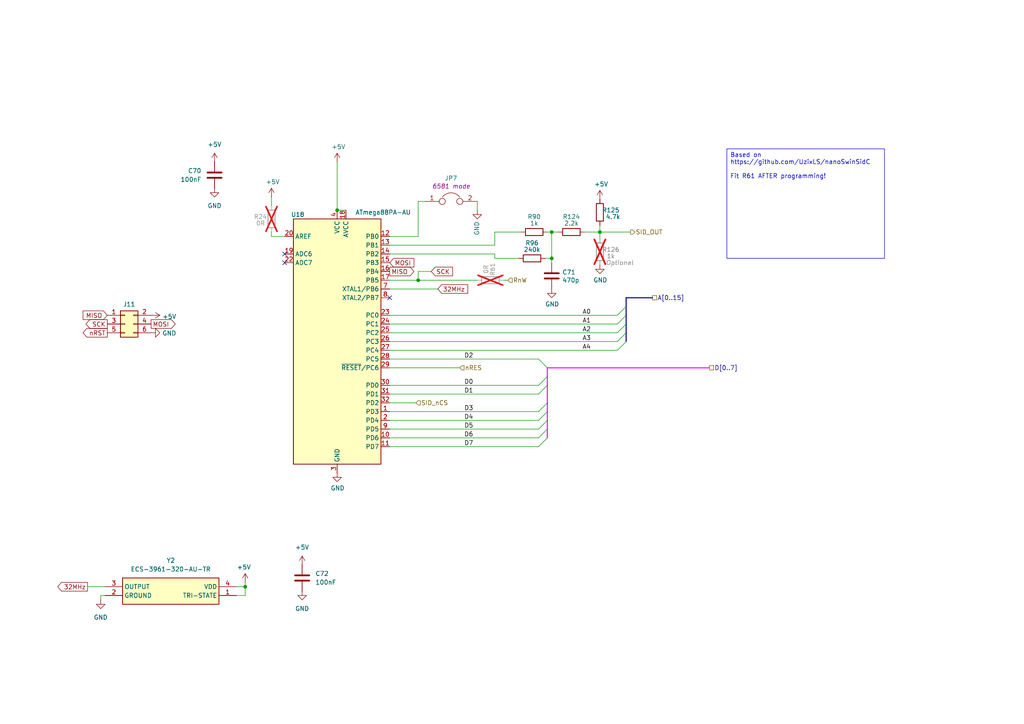
<source format=kicad_sch>
(kicad_sch (version 20250114) (generator "eeschema") (generator_version "9.0")
  (paper "A4")
  (lib_symbols
    (symbol "Connector_Generic:Conn_02x03_Odd_Even" (pin_names (offset 1.016) (hide yes))
      (property "Reference" "J" (at 1.27 5.08 0))
      (property "Value" "Conn_02x03_Odd_Even" (at 1.27 -5.08 0))
      (symbol "Conn_02x03_Odd_Even_1_1"
        (rectangle (start -1.27 3.81) (end 3.81 -3.81) (stroke (width 0.254)) (fill (type background)))
        (rectangle (start -1.27 2.667) (end 0 2.413) (stroke (width 0.1524)))
        (rectangle (start -1.27 0.127) (end 0 -0.127) (stroke (width 0.1524)))
        (rectangle (start -1.27 -2.413) (end 0 -2.667) (stroke (width 0.1524)))
        (rectangle (start 3.81 2.667) (end 2.54 2.413) (stroke (width 0.1524)))
        (rectangle (start 3.81 0.127) (end 2.54 -0.127) (stroke (width 0.1524)))
        (rectangle (start 3.81 -2.413) (end 2.54 -2.667) (stroke (width 0.1524)))
        (pin passive line (at -5.08 2.54 0) (length 3.81) (name "Pin_1") (number "1"))
        (pin passive line (at -5.08 0 0) (length 3.81) (name "Pin_3") (number "3"))
        (pin passive line (at -5.08 -2.54 0) (length 3.81) (name "Pin_5") (number "5"))
        (pin passive line (at 7.62 2.54 180) (length 3.81) (name "Pin_2") (number "2"))
        (pin passive line (at 7.62 0 180) (length 3.81) (name "Pin_4") (number "4"))
        (pin passive line (at 7.62 -2.54 180) (length 3.81) (name "Pin_6") (number "6"))
      )
    )
    (symbol "Device:C" (pin_numbers (hide yes)) (pin_names (offset 0.254))
      (property "Reference" "C" (at 0.635 2.54 0))
      (property "Value" "C" (at 0.635 -2.54 0))
      (symbol "C_0_1"
        (polyline (pts (xy -2.032 0.762) (xy 2.032 0.762)) (stroke (width 0.508)))
        (polyline (pts (xy -2.032 -0.762) (xy 2.032 -0.762)) (stroke (width 0.508)))
      )
      (symbol "C_1_1"
        (pin passive line (at 0 3.81 270) (length 2.794) (name "~") (number "1"))
        (pin passive line (at 0 -3.81 90) (length 2.794) (name "~") (number "2"))
      )
    )
    (symbol "Device:Jumper" (pin_names (offset 0.762) (hide yes))
      (property "Reference" "JP" (at 0 3.81 0))
      (property "Value" "Device_Jumper" (at 0 -2.032 0))
      (symbol "Jumper_0_1"
        (circle (center -2.54 0) (radius 0.889))
        (arc (start -2.4892 1.27) (mid 0.0077 2.4896) (end 2.5146 1.27))
        (circle (center 2.54 0) (radius 0.889))
        (pin passive line (at -7.62 0 0) (length 4.191) (name "1") (number "1"))
        (pin passive line (at 7.62 0 180) (length 4.191) (name "2") (number "2"))
      )
    )
    (symbol "Device:R" (pin_numbers (hide yes)) (pin_names (offset 0))
      (property "Reference" "R" (at 2.032 0 90))
      (property "Value" "R" (at 0 0 90))
      (symbol "R_0_1"
        (rectangle (start -1.016 -2.54) (end 1.016 2.54) (stroke (width 0.254)))
      )
      (symbol "R_1_1"
        (pin passive line (at 0 3.81 270) (length 1.27) (name "~") (number "1"))
        (pin passive line (at 0 -3.81 90) (length 1.27) (name "~") (number "2"))
      )
    )
    (symbol "ECS-3961-200-AU-TR:ECS-3961-200-AU-TR"
      (property "Reference" "Y" (at 34.29 7.62 0))
      (property "Value" "ECS-3961-200-AU-TR" (at 34.29 5.08 0))
      (symbol "ECS-3961-200-AU-TR_1_1"
        (rectangle (start 5.08 2.54) (end 33.02 -5.08) (stroke (width 0.254)) (fill (type background)))
        (pin passive line (at 0 0 0) (length 5.08) (name "VDD") (number "4"))
        (pin passive line (at 0 -2.54 0) (length 5.08) (name "TRI-STATE") (number "1"))
        (pin passive line (at 38.1 0 180) (length 5.08) (name "OUTPUT") (number "3"))
        (pin passive line (at 38.1 -2.54 180) (length 5.08) (name "GROUND") (number "2"))
      )
    )
    (symbol "MCU_Microchip_ATmega:ATmega88PA-AU"
      (property "Reference" "U" (at -12.7 36.83 0))
      (property "Value" "MCU_Microchip_ATmega_ATmega88PA-AU" (at 2.54 -36.83 0))
      (symbol "ATmega88PA-AU_0_1"
        (rectangle (start -12.7 -35.56) (end 12.7 35.56) (stroke (width 0.254)) (fill (type background)))
      )
      (symbol "ATmega88PA-AU_1_1"
        (pin passive line (at -15.24 30.48 0) (length 2.54) (name "AREF") (number "20"))
        (pin input line (at -15.24 25.4 0) (length 2.54) (name "ADC6") (number "19"))
        (pin input line (at -15.24 22.86 0) (length 2.54) (name "ADC7") (number "22"))
        (pin power_in line (at 0 38.1 270) (length 2.54) (name "VCC") (number "4"))
        (pin passive line (at 0 38.1 270) (length 2.54) (hide yes) (name "VCC") (number "6"))
        (pin passive line (at 0 -38.1 90) (length 2.54) (hide yes) (name "GND") (number "21"))
        (pin power_in line (at 0 -38.1 90) (length 2.54) (name "GND") (number "3"))
        (pin passive line (at 0 -38.1 90) (length 2.54) (hide yes) (name "GND") (number "5"))
        (pin power_in line (at 2.54 38.1 270) (length 2.54) (name "AVCC") (number "18"))
        (pin tri_state line (at 15.24 30.48 180) (length 2.54) (name "PB0") (number "12"))
        (pin tri_state line (at 15.24 27.94 180) (length 2.54) (name "PB1") (number "13"))
        (pin tri_state line (at 15.24 25.4 180) (length 2.54) (name "PB2") (number "14"))
        (pin tri_state line (at 15.24 22.86 180) (length 2.54) (name "PB3") (number "15"))
        (pin tri_state line (at 15.24 20.32 180) (length 2.54) (name "PB4") (number "16"))
        (pin tri_state line (at 15.24 17.78 180) (length 2.54) (name "PB5") (number "17"))
        (pin tri_state line (at 15.24 15.24 180) (length 2.54) (name "XTAL1/PB6") (number "7"))
        (pin tri_state line (at 15.24 12.7 180) (length 2.54) (name "XTAL2/PB7") (number "8"))
        (pin tri_state line (at 15.24 7.62 180) (length 2.54) (name "PC0") (number "23"))
        (pin tri_state line (at 15.24 5.08 180) (length 2.54) (name "PC1") (number "24"))
        (pin tri_state line (at 15.24 2.54 180) (length 2.54) (name "PC2") (number "25"))
        (pin tri_state line (at 15.24 0 180) (length 2.54) (name "PC3") (number "26"))
        (pin tri_state line (at 15.24 -2.54 180) (length 2.54) (name "PC4") (number "27"))
        (pin tri_state line (at 15.24 -5.08 180) (length 2.54) (name "PC5") (number "28"))
        (pin tri_state line (at 15.24 -7.62 180) (length 2.54) (name "~{RESET}/PC6") (number "29"))
        (pin tri_state line (at 15.24 -12.7 180) (length 2.54) (name "PD0") (number "30"))
        (pin tri_state line (at 15.24 -15.24 180) (length 2.54) (name "PD1") (number "31"))
        (pin tri_state line (at 15.24 -17.78 180) (length 2.54) (name "PD2") (number "32"))
        (pin tri_state line (at 15.24 -20.32 180) (length 2.54) (name "PD3") (number "1"))
        (pin tri_state line (at 15.24 -22.86 180) (length 2.54) (name "PD4") (number "2"))
        (pin tri_state line (at 15.24 -25.4 180) (length 2.54) (name "PD5") (number "9"))
        (pin tri_state line (at 15.24 -27.94 180) (length 2.54) (name "PD6") (number "10"))
        (pin tri_state line (at 15.24 -30.48 180) (length 2.54) (name "PD7") (number "11"))
      )
    )
    (symbol "power:+5V" (power) (pin_numbers (hide yes)) (pin_names (offset 0) (hide yes))
      (property "Value" "+5V" (at 0 3.556 0))
      (symbol "+5V_0_1"
        (polyline (pts (xy -0.762 1.27) (xy 0 2.54)))
        (polyline (pts (xy 0 2.54) (xy 0.762 1.27)))
        (polyline (pts (xy 0 0) (xy 0 2.54)))
      )
      (symbol "+5V_1_1"
        (pin power_in line (at 0 0 90) (length 0) (name "~") (number "1"))
      )
    )
    (symbol "power:GND" (power) (pin_numbers (hide yes)) (pin_names (offset 0) (hide yes))
      (property "Value" "GND" (at 0 -3.81 0))
      (symbol "GND_0_1"
        (polyline (pts (xy 0 0) (xy 0 -1.27) (xy 1.27 -1.27) (xy 0 -2.54) (xy -1.27 -1.27) (xy 0 -1.27)))
      )
      (symbol "GND_1_1"
        (pin power_in line (at 0 0 270) (length 0) (name "~") (number "1"))
      )
    )
  )
  (text_box "Based on https://github.com/UzixLS/nanoSwinSidC\n\nFit R61 AFTER programming!" (at 210.82 43.18 0) (size 45.72 31.75) (margins 0.9525 0.9525 0.9525 0.9525) (effects (font (size 1.27 1.27)) (justify left top)))
  (junction (at 71.12 170.18))
  (junction (at 160.02 67.31))
  (junction (at 121.285 81.28))
  (junction (at 173.99 67.31))
  (junction (at 97.79 60.96))
  (junction (at 160.02 74.93))
  (no_connect (at 113.03 86.36))
  (no_connect (at 82.55 73.66))
  (no_connect (at 82.55 76.2))
  (bus_entry (at 179.07 93.98) (size 2.54 -2.54))
  (bus_entry (at 156.21 119.38) (size 2.54 -2.54))
  (bus_entry (at 156.21 127) (size 2.54 -2.54))
  (bus_entry (at 179.07 91.44) (size 2.54 -2.54))
  (bus_entry (at 156.21 104.14) (size 2.54 2.54))
  (bus_entry (at 179.07 99.06) (size 2.54 -2.54))
  (bus_entry (at 156.21 121.92) (size 2.54 -2.54))
  (bus_entry (at 179.07 96.52) (size 2.54 -2.54))
  (bus_entry (at 156.21 114.3) (size 2.54 -2.54))
  (bus_entry (at 156.21 111.76) (size 2.54 -2.54))
  (bus_entry (at 156.21 124.46) (size 2.54 -2.54))
  (bus_entry (at 179.07 101.6) (size 2.54 -2.54))
  (bus_entry (at 156.21 129.54) (size 2.54 -2.54))
  (bus (pts (xy 158.75 109.22) (xy 158.75 106.68)) (stroke (width 0) (color 255 0 255 1)))
  (wire (pts (xy 113.03 106.68) (xy 133.35 106.68)))
  (wire (pts (xy 161.925 67.31) (xy 160.02 67.31)))
  (bus (pts (xy 181.61 86.36) (xy 181.61 88.9)))
  (wire (pts (xy 143.51 74.93) (xy 143.51 73.66)))
  (bus (pts (xy 158.75 119.38) (xy 158.75 121.92)) (stroke (width 0) (color 255 0 255 1)))
  (wire (pts (xy 160.02 76.2) (xy 160.02 74.93)))
  (wire (pts (xy 29.21 172.72) (xy 30.48 172.72)))
  (wire (pts (xy 25.4 170.18) (xy 30.48 170.18)))
  (wire (pts (xy 121.285 58.42) (xy 121.285 68.58)))
  (wire (pts (xy 78.74 68.58) (xy 78.74 67.31)))
  (wire (pts (xy 158.115 74.93) (xy 160.02 74.93)))
  (wire (pts (xy 143.51 74.93) (xy 150.495 74.93)))
  (wire (pts (xy 113.03 93.98) (xy 179.07 93.98)))
  (wire (pts (xy 71.12 172.72) (xy 71.12 170.18)))
  (wire (pts (xy 156.21 127) (xy 113.03 127)))
  (bus (pts (xy 181.61 93.98) (xy 181.61 96.52)))
  (wire (pts (xy 121.285 81.28) (xy 113.03 81.28)))
  (bus (pts (xy 181.61 96.52) (xy 181.61 99.06)))
  (wire (pts (xy 113.03 91.44) (xy 179.07 91.44)))
  (wire (pts (xy 121.285 58.42) (xy 123.19 58.42)))
  (wire (pts (xy 78.74 57.15) (xy 78.74 59.69)))
  (wire (pts (xy 158.75 67.31) (xy 160.02 67.31)))
  (wire (pts (xy 121.285 78.74) (xy 121.285 81.28)))
  (wire (pts (xy 71.12 170.18) (xy 71.12 168.91)))
  (wire (pts (xy 113.03 99.06) (xy 179.07 99.06)))
  (bus (pts (xy 158.75 124.46) (xy 158.75 127)) (stroke (width 0) (color 255 0 255 1)))
  (wire (pts (xy 29.21 173.99) (xy 29.21 172.72)))
  (wire (pts (xy 143.51 71.12) (xy 143.51 67.31)))
  (wire (pts (xy 146.05 81.28) (xy 147.32 81.28)))
  (wire (pts (xy 143.51 73.66) (xy 113.03 73.66)))
  (bus (pts (xy 158.75 121.92) (xy 158.75 124.46)) (stroke (width 0) (color 255 0 255 1)))
  (bus (pts (xy 189.23 86.36) (xy 181.61 86.36)))
  (wire (pts (xy 68.58 170.18) (xy 71.12 170.18)))
  (wire (pts (xy 82.55 68.58) (xy 78.74 68.58)))
  (wire (pts (xy 156.21 124.46) (xy 113.03 124.46)))
  (wire (pts (xy 138.43 58.42) (xy 138.43 60.96)))
  (wire (pts (xy 113.03 101.6) (xy 179.07 101.6)))
  (wire (pts (xy 160.02 67.31) (xy 160.02 74.93)))
  (bus (pts (xy 158.75 106.68) (xy 205.74 106.68)) (stroke (width 0) (color 255 0 255 1)))
  (bus (pts (xy 181.61 91.44) (xy 181.61 93.98)))
  (bus (pts (xy 158.75 109.22) (xy 158.75 111.76)) (stroke (width 0) (color 255 0 255 1)))
  (wire (pts (xy 169.545 67.31) (xy 173.99 67.31)))
  (wire (pts (xy 156.21 114.3) (xy 113.03 114.3)))
  (wire (pts (xy 121.285 68.58) (xy 113.03 68.58)))
  (wire (pts (xy 156.21 121.92) (xy 113.03 121.92)))
  (wire (pts (xy 68.58 172.72) (xy 71.12 172.72)))
  (wire (pts (xy 156.21 129.54) (xy 113.03 129.54)))
  (wire (pts (xy 120.65 116.84) (xy 113.03 116.84)))
  (wire (pts (xy 113.03 96.52) (xy 179.07 96.52)))
  (wire (pts (xy 173.99 67.31) (xy 182.88 67.31)))
  (wire (pts (xy 156.21 119.38) (xy 113.03 119.38)))
  (wire (pts (xy 143.51 67.31) (xy 151.13 67.31)))
  (bus (pts (xy 181.61 88.9) (xy 181.61 91.44)))
  (wire (pts (xy 97.79 46.99) (xy 97.79 60.96)))
  (wire (pts (xy 100.33 60.96) (xy 97.79 60.96)))
  (wire (pts (xy 173.99 67.31) (xy 173.99 69.215)))
  (wire (pts (xy 113.03 83.82) (xy 127 83.82)))
  (wire (pts (xy 113.03 71.12) (xy 143.51 71.12)))
  (wire (pts (xy 173.99 65.405) (xy 173.99 67.31)))
  (wire (pts (xy 121.285 78.74) (xy 125.095 78.74)))
  (bus (pts (xy 158.75 116.84) (xy 158.75 119.38)) (stroke (width 0) (color 255 0 255 1)))
  (bus (pts (xy 158.75 111.76) (xy 158.75 116.84)) (stroke (width 0) (color 255 0 255 1)))
  (wire (pts (xy 156.21 104.14) (xy 113.03 104.14)))
  (wire (pts (xy 121.285 81.28) (xy 138.43 81.28)))
  (wire (pts (xy 156.21 111.76) (xy 113.03 111.76)))
  (label "A3" (at 168.91 99.06 0))
  (label "D3" (at 134.62 119.38 0))
  (label "D2" (at 134.62 104.14 0))
  (label "A0" (at 168.91 91.44 0))
  (label "D6" (at 134.62 127 0))
  (label "A4" (at 168.91 101.6 0))
  (label "A1" (at 168.91 93.98 0))
  (label "D1" (at 134.62 114.3 0))
  (label "D5" (at 134.62 124.46 0))
  (label "D4" (at 134.62 121.92 0))
  (label "D0" (at 134.62 111.76 0))
  (label "A2" (at 168.91 96.52 0))
  (label "D7" (at 134.62 129.54 0))
  (global_label "MISO" (shape output) (at 113.03 78.74 0) (property "Intersheetrefs" "${INTERSHEET_REFS}" (effects (hide yes))))
  (global_label "32MHz" (shape output) (at 25.4 170.18 180) (property "Intersheetrefs" "${INTERSHEET_REFS}" (effects (hide yes))))
  (global_label "SCK" (shape output) (at 31.115 93.98 180) (property "Intersheetrefs" "${INTERSHEET_REFS}" (effects (hide yes))))
  (global_label "MISO" (shape input) (at 31.115 91.44 180) (property "Intersheetrefs" "${INTERSHEET_REFS}" (effects (hide yes))))
  (global_label "32MHz" (shape input) (at 127 83.82 0) (property "Intersheetrefs" "${INTERSHEET_REFS}" (effects (hide yes))))
  (global_label "MOSI" (shape output) (at 43.815 93.98 0) (property "Intersheetrefs" "${INTERSHEET_REFS}" (effects (hide yes))))
  (global_label "SCK" (shape input) (at 125.095 78.74 0) (property "Intersheetrefs" "${INTERSHEET_REFS}" (effects (hide yes))))
  (global_label "nRST" (shape output) (at 31.115 96.52 180) (property "Intersheetrefs" "${INTERSHEET_REFS}" (effects (hide yes))))
  (global_label "MOSI" (shape input) (at 113.03 76.2 0) (property "Intersheetrefs" "${INTERSHEET_REFS}" (effects (hide yes))))
  (hierarchical_label "D[0..7]" (shape passive) (at 205.74 106.68 0))
  (hierarchical_label "nRES" (shape input) (at 133.35 106.68 0))
  (hierarchical_label "SID_OUT" (shape output) (at 182.88 67.31 0))
  (hierarchical_label "A[0..15]" (shape passive) (at 189.23 86.36 0))
  (hierarchical_label "RnW" (shape input) (at 147.32 81.28 0))
  (hierarchical_label "SID_nCS" (shape input) (at 120.65 116.84 0))
  (symbol (lib_id "Device:R") (at 173.99 73.025 0) (unit 1) (dnp yes)
    (property "Reference" "R126" (at 177.165 72.39 0))
    (property "Value" "1k" (at 177.165 74.295 0))
    (property "Footprint" "Resistor_SMD:R_0402_1005Metric" (effects (hide yes)))
    (property "Note" "Optional" (at 179.705 76.2 0) (effects (font (italic yes))))
  )
  (symbol (lib_id "power:+5V") (at 62.23 46.99 0) (mirror y) (unit 1)
    (property "Reference" "#PWR0173" (effects (hide yes)))
    (property "Value" "+5V" (at 62.23 41.91 0))
  )
  (symbol (lib_id "Device:R") (at 154.94 67.31 270) (unit 1)
    (property "Reference" "R90" (at 154.94 62.865 90))
    (property "Value" "1k" (at 154.94 64.77 90))
    (property "Footprint" "Resistor_SMD:R_0402_1005Metric" (effects (hide yes)))
  )
  (symbol (lib_id "Device:Jumper") (at 130.81 58.42 0) (unit 1)
    (property "Reference" "JP7" (at 130.81 51.7144 0))
    (property "Value" "Jumper" (effects (hide yes)))
    (property "Footprint" "Jumper:SolderJumper-2_P1.3mm_Open_Pad1.0x1.5mm" (effects (hide yes)))
    (property "Desc" "6581 mode" (at 130.81 54.0258 0) (effects (font (italic yes))))
  )
  (symbol (lib_id "power:GND") (at 160.02 83.82 0) (unit 1)
    (property "Reference" "#PWR0277" (effects (hide yes)))
    (property "Value" "GND" (at 160.147 88.2142 0))
  )
  (symbol (lib_id "Connector_Generic:Conn_02x03_Odd_Even") (at 36.195 93.98 0) (unit 1)
    (property "Reference" "J11" (at 37.465 88.265 0))
    (property "Value" "Conn_02x03_Odd_Even" (effects (hide yes)))
    (property "Footprint" "Connector_PinHeader_2.54mm:PinHeader_2x03_P2.54mm_Vertical" (effects (hide yes)))
  )
  (symbol (lib_id "MCU_Microchip_ATmega:ATmega88PA-AU") (at 97.79 99.06 0) (unit 1)
    (property "Reference" "U18" (at 86.36 62.23 0))
    (property "Value" "ATmega88PA-AU" (at 111.125 61.595 0))
    (property "Footprint" "Package_QFP:TQFP-32_7x7mm_P0.8mm" (effects (hide yes)))
    (property "Datasheet" "http://ww1.microchip.com/downloads/en/DeviceDoc/ATmega48PA_88PA_168PA-Data-Sheet-40002011A.pdf" (effects (hide yes)))
  )
  (symbol (lib_id "ECS-3961-200-AU-TR:ECS-3961-200-AU-TR") (at 68.58 170.18 0) (mirror y) (unit 1)
    (property "Reference" "Y2" (at 49.53 162.56 0))
    (property "Value" "ECS-3961-320-AU-TR" (at 49.53 165.1 0))
    (property "Footprint" "ECS-3961-200-AU-TR:ECS3961200AUTR" (effects (hide yes)))
    (property "Datasheet" "http://www.ecsxtal.com/store/pdf/ecs-3961_3963.pdf" (effects (hide yes)))
    (property "Description" "Standard Clock Oscillators 20.000MHz 5.0Volt 100 ppm -55C +125C" (effects (hide yes)))
    (property "Height" "1.3" (effects (hide yes)))
    (property "Mouser Part Number" "520-3961-200-AUT" (effects (hide yes)))
    (property "Mouser Price/Stock" "https://www.mouser.co.uk/ProductDetail/ECS/ECS-3961-200-AU-TR?qs=ttzZIJSyan0lJGM40dcLXA%3D%3D" (effects (hide yes)))
    (property "Manufacturer_Name" "ECS" (effects (hide yes)))
    (property "Manufacturer_Part_Number" "ECS-3961-200-AU-TR" (effects (hide yes)))
  )
  (symbol (lib_id "Device:R") (at 78.74 63.5 0) (mirror y) (unit 1) (dnp yes)
    (property "Reference" "R24" (at 75.565 62.865 0))
    (property "Value" "0R" (at 75.565 64.77 0))
    (property "Footprint" "Resistor_SMD:R_0603_1608Metric" (effects (hide yes)))
    (property "Note" "Optional" (effects (hide yes)))
  )
  (symbol (lib_id "power:+5V") (at 87.63 163.83 0) (unit 1)
    (property "Reference" "#PWR0175" (effects (hide yes)))
    (property "Value" "+5V" (at 87.63 158.75 0))
  )
  (symbol (lib_id "power:GND") (at 97.79 137.16 0) (unit 1)
    (property "Reference" "#PWR0275" (effects (hide yes)))
    (property "Value" "GND" (at 97.917 141.5542 0))
  )
  (symbol (lib_id "Device:R") (at 165.735 67.31 270) (unit 1)
    (property "Reference" "R124" (at 165.735 62.865 90))
    (property "Value" "2.2k" (at 165.735 64.77 90))
    (property "Footprint" "Resistor_SMD:R_0402_1005Metric" (effects (hide yes)))
  )
  (symbol (lib_id "power:GND") (at 87.63 171.45 0) (unit 1)
    (property "Reference" "#PWR0176" (effects (hide yes)))
    (property "Value" "GND" (at 87.63 176.53 0))
  )
  (symbol (lib_id "Device:R") (at 154.305 74.93 270) (unit 1)
    (property "Reference" "R96" (at 154.305 70.485 90))
    (property "Value" "240k" (at 154.305 72.39 90))
    (property "Footprint" "Resistor_SMD:R_0402_1005Metric" (effects (hide yes)))
  )
  (symbol (lib_id "Device:C") (at 160.02 80.01 0) (unit 1)
    (property "Reference" "C71" (at 163.068 78.9686 0) (effects (justify left)))
    (property "Value" "470p" (at 163.068 81.28 0) (effects (justify left)))
    (property "Footprint" "Capacitor_SMD:C_0603_1608Metric" (effects (hide yes)))
  )
  (symbol (lib_id "power:GND") (at 138.43 60.96 0) (mirror y) (unit 1)
    (property "Reference" "#PWR0276" (effects (hide yes)))
    (property "Value" "GND" (at 138.303 64.2112 90) (effects (justify right)))
  )
  (symbol (lib_id "power:+5V") (at 43.815 91.44 270) (unit 1)
    (property "Reference" "#PWR0282" (effects (hide yes)))
    (property "Value" "+5V" (at 47.0662 91.821 90) (effects (justify left)))
  )
  (symbol (lib_id "power:GND") (at 29.21 173.99 0) (unit 1)
    (property "Reference" "#PWR0178" (effects (hide yes)))
    (property "Value" "GND" (at 29.21 179.07 0))
  )
  (symbol (lib_id "power:+5V") (at 71.12 168.91 0) (mirror y) (unit 1)
    (property "Reference" "#PWR0177" (effects (hide yes)))
    (property "Value" "+5V" (at 70.739 164.5158 0))
  )
  (symbol (lib_id "power:GND") (at 62.23 54.61 0) (mirror y) (unit 1)
    (property "Reference" "#PWR0174" (effects (hide yes)))
    (property "Value" "GND" (at 62.23 59.69 0))
  )
  (symbol (lib_id "power:GND") (at 173.99 76.835 0) (unit 1)
    (property "Reference" "#PWR0281" (effects (hide yes)))
    (property "Value" "GND" (at 174.117 81.2292 0))
  )
  (symbol (lib_id "power:GND") (at 43.815 96.52 90) (mirror x) (unit 1)
    (property "Reference" "#PWR0283" (effects (hide yes)))
    (property "Value" "GND" (at 47.0662 96.647 90) (effects (justify right)))
  )
  (symbol (lib_id "power:+5V") (at 78.74 57.15 0) (unit 1)
    (property "Reference" "#PWR0172" (effects (hide yes)))
    (property "Value" "+5V" (at 79.121 52.7558 0))
  )
  (symbol (lib_id "Device:C") (at 62.23 50.8 0) (mirror y) (unit 1)
    (property "Reference" "C70" (at 58.42 49.5299 0) (effects (justify left)))
    (property "Value" "100nF" (at 58.42 52.0699 0) (effects (justify left)))
    (property "Footprint" "Capacitor_SMD:C_0402_1005Metric" (effects (hide yes)))
    (property "Description" "Unpolarized capacitor" (effects (hide yes)))
    (property "LCSC" "C113803" (effects (hide yes)))
  )
  (symbol (lib_id "Device:R") (at 173.99 61.595 0) (unit 1)
    (property "Reference" "R125" (at 177.165 60.96 0))
    (property "Value" "4.7k" (at 177.8 62.865 0))
    (property "Footprint" "Resistor_SMD:R_0402_1005Metric" (effects (hide yes)))
  )
  (symbol (lib_id "power:+5V") (at 173.99 57.785 0) (unit 1)
    (property "Reference" "#PWR0280" (effects (hide yes)))
    (property "Value" "+5V" (at 174.371 53.3908 0))
  )
  (symbol (lib_id "Device:R") (at 142.24 81.28 270) (mirror x) (unit 1) (dnp yes)
    (property "Reference" "R61" (at 142.875 78.105 0))
    (property "Value" "0R" (at 140.97 78.105 0))
    (property "Footprint" "Resistor_SMD:R_0603_1608Metric" (effects (hide yes)))
    (property "Note" "Optional" (effects (hide yes)))
  )
  (symbol (lib_id "Device:C") (at 87.63 167.64 0) (unit 1)
    (property "Reference" "C72" (at 91.44 166.3699 0) (effects (justify left)))
    (property "Value" "100nF" (at 91.44 168.9099 0) (effects (justify left)))
    (property "Footprint" "Capacitor_SMD:C_0402_1005Metric" (effects (hide yes)))
    (property "Description" "Unpolarized capacitor" (effects (hide yes)))
    (property "LCSC" "C113803" (effects (hide yes)))
  )
  (symbol (lib_id "power:+5V") (at 97.79 46.99 0) (unit 1)
    (property "Reference" "#PWR0236" (effects (hide yes)))
    (property "Value" "+5V" (at 98.171 42.5958 0))
  )
)
</source>
